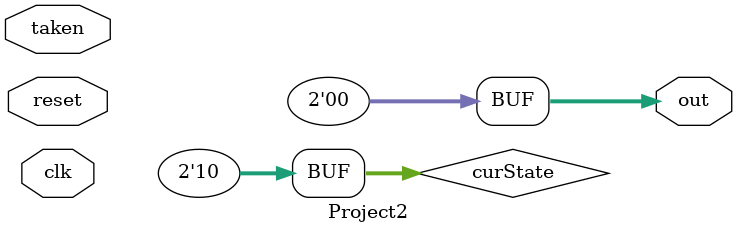
<source format=v>
module Project2 (taken, out, clk, reset);
	input taken, clk, reset;
	output reg [1:0] out;
	reg [1:0] curState, nxtState;
	
	localparam ST = 2'b00, T = 2'b01, NT = 2'b10, SNT= 2'b11;
	
	initial
	begin
		curState = NT;
		out = 1'b0;
	end
	
	
	always @(posedge clk)
	begin
		
		case (curState)
			ST: if(taken)  //taken
					nxtState = ST;
				 else   //not taken
					nxtState = T;
					
		   T:  if(taken)  //taken
					nxtState = ST;
				 else   //not taken
					nxtState = NT;
			
			NT: if(taken)  //taken
					nxtState = T;
				 else   //not taken
					nxtState = SNT;
					
			SNT:if(taken) //taken
					nxtState = NT;
				 else  //not taken
					nxtState = SNT;
		endcase
	end
endmodule					
			
</source>
